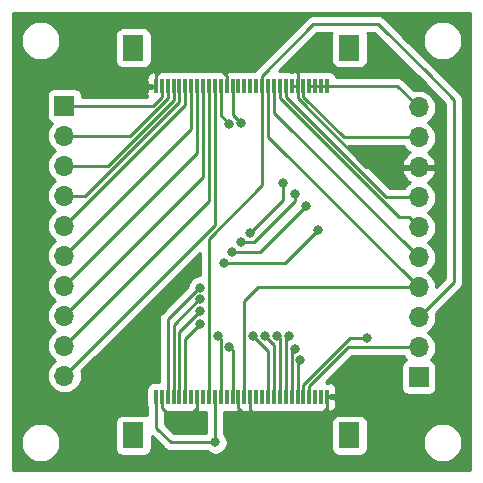
<source format=gtl>
G04 #@! TF.GenerationSoftware,KiCad,Pcbnew,(5.1.0)-1*
G04 #@! TF.CreationDate,2019-08-01T13:02:20+05:30*
G04 #@! TF.ProjectId,AR0135_STM32F746G-DISCO_adapter_rev1,41523031-3335-45f5-9354-4d3332463734,rev?*
G04 #@! TF.SameCoordinates,Original*
G04 #@! TF.FileFunction,Copper,L1,Top*
G04 #@! TF.FilePolarity,Positive*
%FSLAX46Y46*%
G04 Gerber Fmt 4.6, Leading zero omitted, Abs format (unit mm)*
G04 Created by KiCad (PCBNEW (5.1.0)-1) date 2019-08-01 13:02:20*
%MOMM*%
%LPD*%
G04 APERTURE LIST*
%ADD10R,1.800000X2.200000*%
%ADD11R,0.300000X1.300000*%
%ADD12R,1.700000X1.700000*%
%ADD13O,1.700000X1.700000*%
%ADD14C,0.800000*%
%ADD15C,0.250000*%
%ADD16C,0.254000*%
G04 APERTURE END LIST*
D10*
X39150000Y-46400000D03*
X20850000Y-46400000D03*
D11*
X22750000Y-43150000D03*
X23250000Y-43150000D03*
X23750000Y-43150000D03*
X24250000Y-43150000D03*
X24750000Y-43150000D03*
X25250000Y-43150000D03*
X25750000Y-43150000D03*
X26250000Y-43150000D03*
X26750000Y-43150000D03*
X27250000Y-43150000D03*
X27750000Y-43150000D03*
X28250000Y-43150000D03*
X28750000Y-43150000D03*
X29250000Y-43150000D03*
X29750000Y-43150000D03*
X30250000Y-43150000D03*
X30750000Y-43150000D03*
X31250000Y-43150000D03*
X31750000Y-43150000D03*
X32250000Y-43150000D03*
X32750000Y-43150000D03*
X33250000Y-43150000D03*
X33750000Y-43150000D03*
X34250000Y-43150000D03*
X34750000Y-43150000D03*
X35250000Y-43150000D03*
X35750000Y-43150000D03*
X36250000Y-43150000D03*
X36750000Y-43150000D03*
X37250000Y-43150000D03*
D12*
X15000000Y-18500000D03*
D13*
X15000000Y-21040000D03*
X15000000Y-23580000D03*
X15000000Y-26120000D03*
X15000000Y-28660000D03*
X15000000Y-31200000D03*
X15000000Y-33740000D03*
X15000000Y-36280000D03*
X15000000Y-38820000D03*
X15000000Y-41360000D03*
X45000000Y-18640000D03*
X45000000Y-21180000D03*
X45000000Y-23720000D03*
X45000000Y-26260000D03*
X45000000Y-28800000D03*
X45000000Y-31340000D03*
X45000000Y-33880000D03*
X45000000Y-36420000D03*
X45000000Y-38960000D03*
D12*
X45000000Y-41500000D03*
D10*
X20850000Y-13600000D03*
X39150000Y-13600000D03*
D11*
X37250000Y-16850000D03*
X36750000Y-16850000D03*
X36250000Y-16850000D03*
X35750000Y-16850000D03*
X35250000Y-16850000D03*
X34750000Y-16850000D03*
X34250000Y-16850000D03*
X33750000Y-16850000D03*
X33250000Y-16850000D03*
X32750000Y-16850000D03*
X32250000Y-16850000D03*
X31750000Y-16850000D03*
X31250000Y-16850000D03*
X30750000Y-16850000D03*
X30250000Y-16850000D03*
X29750000Y-16850000D03*
X29250000Y-16850000D03*
X28750000Y-16850000D03*
X28250000Y-16850000D03*
X27750000Y-16850000D03*
X27250000Y-16850000D03*
X26750000Y-16850000D03*
X26250000Y-16850000D03*
X25750000Y-16850000D03*
X25250000Y-16850000D03*
X24750000Y-16850000D03*
X24250000Y-16850000D03*
X23750000Y-16850000D03*
X23250000Y-16850000D03*
X22750000Y-16850000D03*
D14*
X26200000Y-45000000D03*
X42000000Y-44000000D03*
X19500000Y-17000000D03*
X34800000Y-15000000D03*
X27975000Y-38000000D03*
X28975000Y-38900000D03*
X31000000Y-38000000D03*
X32012653Y-37987347D03*
X33031672Y-37981061D03*
X34031482Y-38000615D03*
X34563523Y-39058802D03*
X35000000Y-40000000D03*
X28987347Y-20012653D03*
X40600000Y-38200000D03*
X30000000Y-20000000D03*
X28512347Y-31800000D03*
X36487347Y-29012653D03*
X26500000Y-33899994D03*
X35500000Y-27000000D03*
X29237347Y-30900000D03*
X26500000Y-34899997D03*
X34500000Y-26000000D03*
X29962347Y-30019761D03*
X26500000Y-35900000D03*
X33500000Y-25000000D03*
X30687347Y-29312653D03*
X26500000Y-37000000D03*
X27800000Y-47000000D03*
D15*
X43797919Y-23720000D02*
X45000000Y-23720000D01*
X40583590Y-23720000D02*
X43797919Y-23720000D01*
X34750000Y-16850000D02*
X34750000Y-17886410D01*
X23250000Y-44050000D02*
X23600000Y-44400000D01*
X23250000Y-43150000D02*
X23250000Y-44050000D01*
X26250000Y-44050000D02*
X26250000Y-43150000D01*
X25900000Y-44400000D02*
X26250000Y-44050000D01*
X23600000Y-44400000D02*
X25900000Y-44400000D01*
X29750000Y-44050000D02*
X30100000Y-44400000D01*
X29750000Y-43150000D02*
X29750000Y-44050000D01*
X37250000Y-44050000D02*
X37250000Y-43150000D01*
X36900000Y-44400000D02*
X37250000Y-44050000D01*
X30750000Y-44250000D02*
X30900000Y-44400000D01*
X30750000Y-43150000D02*
X30750000Y-44250000D01*
X30100000Y-44400000D02*
X30900000Y-44400000D01*
X30900000Y-44400000D02*
X36900000Y-44400000D01*
X26250000Y-43150000D02*
X26250000Y-44950000D01*
X26250000Y-44950000D02*
X26200000Y-45000000D01*
X37250000Y-43150000D02*
X41150000Y-43150000D01*
X41150000Y-43150000D02*
X42000000Y-44000000D01*
X22750000Y-15964998D02*
X23214998Y-15500000D01*
X22750000Y-16850000D02*
X22750000Y-15964998D01*
X28750000Y-15950000D02*
X28750000Y-16850000D01*
X28300000Y-15500000D02*
X28750000Y-15950000D01*
X23214998Y-15500000D02*
X28300000Y-15500000D01*
X22750000Y-16850000D02*
X19650000Y-16850000D01*
X19650000Y-16850000D02*
X19500000Y-17000000D01*
X34250000Y-16850000D02*
X34750000Y-16850000D01*
X34750000Y-17886410D02*
X40583590Y-23720000D01*
X34750000Y-16850000D02*
X34750000Y-15050000D01*
X34750000Y-15050000D02*
X34800000Y-15000000D01*
X16100000Y-18500000D02*
X15000000Y-18500000D01*
X22485002Y-18500000D02*
X16100000Y-18500000D01*
X23250000Y-17735002D02*
X22485002Y-18500000D01*
X23250000Y-16850000D02*
X23250000Y-17735002D01*
X16202081Y-21040000D02*
X15000000Y-21040000D01*
X20581412Y-21040000D02*
X16202081Y-21040000D01*
X23750000Y-17871412D02*
X20581412Y-21040000D01*
X23750000Y-16850000D02*
X23750000Y-17871412D01*
X16202081Y-23580000D02*
X15000000Y-23580000D01*
X18677822Y-23580000D02*
X16202081Y-23580000D01*
X24250000Y-18007822D02*
X18677822Y-23580000D01*
X24250000Y-16850000D02*
X24250000Y-18007822D01*
X28250000Y-43150000D02*
X28250000Y-38275000D01*
X28250000Y-38275000D02*
X27975000Y-38000000D01*
X16202081Y-26120000D02*
X15000000Y-26120000D01*
X16774232Y-26120000D02*
X16202081Y-26120000D01*
X24750000Y-18144232D02*
X16774232Y-26120000D01*
X24750000Y-16850000D02*
X24750000Y-18144232D01*
X29250000Y-43150000D02*
X29250000Y-39175000D01*
X29250000Y-39175000D02*
X28975000Y-38900000D01*
X25250000Y-18410000D02*
X15000000Y-28660000D01*
X25250000Y-16850000D02*
X25250000Y-18410000D01*
X32250000Y-43150000D02*
X32250000Y-39250000D01*
X32250000Y-39250000D02*
X31000000Y-38000000D01*
X25750000Y-20450000D02*
X15000000Y-31200000D01*
X25750000Y-16850000D02*
X25750000Y-20450000D01*
X32750000Y-43150000D02*
X32750000Y-38724694D01*
X32750000Y-38724694D02*
X32012653Y-37987347D01*
X26250000Y-22490000D02*
X26250000Y-16850000D01*
X15000000Y-33740000D02*
X26250000Y-22490000D01*
X33250000Y-43150000D02*
X33250000Y-38199389D01*
X33250000Y-38199389D02*
X33031672Y-37981061D01*
X26774999Y-24505001D02*
X26540000Y-24740000D01*
X26774999Y-16874999D02*
X26774999Y-24505001D01*
X26750000Y-16850000D02*
X26774999Y-16874999D01*
X15000000Y-36280000D02*
X26540000Y-24740000D01*
X26540000Y-24740000D02*
X26700009Y-24579991D01*
X33750000Y-43150000D02*
X33750000Y-38282097D01*
X33750000Y-38282097D02*
X34031482Y-38000615D01*
X27250000Y-26570000D02*
X27250000Y-16850000D01*
X15000000Y-38820000D02*
X27250000Y-26570000D01*
X34250000Y-43150000D02*
X34250000Y-39372325D01*
X34250000Y-39372325D02*
X34563523Y-39058802D01*
X27750000Y-28610000D02*
X27750000Y-16850000D01*
X15000000Y-41360000D02*
X27750000Y-28610000D01*
X34750000Y-40250000D02*
X35000000Y-40000000D01*
X34750000Y-43150000D02*
X34750000Y-40250000D01*
X28250000Y-16850000D02*
X28250000Y-19275306D01*
X28250000Y-19275306D02*
X28987347Y-20012653D01*
X39163590Y-38200000D02*
X40600000Y-38200000D01*
X35250000Y-42113590D02*
X39163590Y-38200000D01*
X35250000Y-43150000D02*
X35250000Y-42113590D01*
X29250000Y-16850000D02*
X29250000Y-19250000D01*
X29250000Y-19250000D02*
X30000000Y-20000000D01*
X43797919Y-38960000D02*
X45000000Y-38960000D01*
X39040000Y-38960000D02*
X43797919Y-38960000D01*
X35750000Y-42250000D02*
X39040000Y-38960000D01*
X35750000Y-43150000D02*
X35750000Y-42250000D01*
X31750000Y-20350000D02*
X31750000Y-16850000D01*
X31750000Y-25246410D02*
X31750000Y-20350000D01*
X27250000Y-29746410D02*
X31750000Y-25246410D01*
X27250000Y-43150000D02*
X27250000Y-29746410D01*
X45000000Y-36420000D02*
X48000000Y-33420000D01*
X48000000Y-33420000D02*
X48000000Y-18000000D01*
X31750000Y-16850000D02*
X31750000Y-15950000D01*
X48000000Y-18000000D02*
X45850000Y-15850000D01*
X45850000Y-15850000D02*
X45500000Y-15500000D01*
X31750000Y-15950000D02*
X36100000Y-11600000D01*
X41600000Y-11600000D02*
X41900000Y-11900000D01*
X36100000Y-11600000D02*
X41600000Y-11600000D01*
X41900000Y-11900000D02*
X45850000Y-15850000D01*
X32250000Y-21130000D02*
X45000000Y-33880000D01*
X32250000Y-16850000D02*
X32250000Y-21130000D01*
X30250000Y-43150000D02*
X30250000Y-35050000D01*
X31420000Y-33880000D02*
X45000000Y-33880000D01*
X30250000Y-35050000D02*
X31420000Y-33880000D01*
X32750000Y-19090000D02*
X45000000Y-31340000D01*
X32750000Y-16850000D02*
X32750000Y-19090000D01*
X28512347Y-31800000D02*
X33700000Y-31800000D01*
X33700000Y-31800000D02*
X36487347Y-29012653D01*
X26427001Y-33899994D02*
X26500000Y-33899994D01*
X23750000Y-43150000D02*
X23750000Y-36576995D01*
X23750000Y-36576995D02*
X26427001Y-33899994D01*
X33250000Y-17750000D02*
X33250000Y-16850000D01*
X33250000Y-17886410D02*
X33250000Y-17750000D01*
X43313591Y-27950001D02*
X33250000Y-17886410D01*
X44150001Y-27950001D02*
X43313591Y-27950001D01*
X45000000Y-28800000D02*
X44150001Y-27950001D01*
X31600000Y-30900000D02*
X35500000Y-27000000D01*
X29237347Y-30900000D02*
X31600000Y-30900000D01*
X26427001Y-34899997D02*
X26500000Y-34899997D01*
X24250000Y-43150000D02*
X24250000Y-37076998D01*
X24250000Y-37076998D02*
X26427001Y-34899997D01*
X33750000Y-17750000D02*
X33750000Y-16850000D01*
X42260000Y-26260000D02*
X33750000Y-17750000D01*
X45000000Y-26260000D02*
X42260000Y-26260000D01*
X34500000Y-26565685D02*
X34500000Y-26000000D01*
X34500000Y-26573002D02*
X34500000Y-26565685D01*
X31035348Y-30037654D02*
X34500000Y-26573002D01*
X30339346Y-30037654D02*
X31035348Y-30037654D01*
X30321453Y-30019761D02*
X30339346Y-30037654D01*
X29962347Y-30019761D02*
X30321453Y-30019761D01*
X24750000Y-43150000D02*
X24750000Y-37650000D01*
X24750000Y-37650000D02*
X26500000Y-35900000D01*
X35250000Y-17750000D02*
X35250000Y-16850000D01*
X38680000Y-21180000D02*
X35250000Y-17750000D01*
X45000000Y-21180000D02*
X38680000Y-21180000D01*
X33500000Y-26500000D02*
X33500000Y-25000000D01*
X30687347Y-29312653D02*
X33500000Y-26500000D01*
X25250000Y-43150000D02*
X25250000Y-38250000D01*
X25250000Y-38250000D02*
X26500000Y-37000000D01*
X35750000Y-16850000D02*
X36250000Y-16850000D01*
X36250000Y-16850000D02*
X36750000Y-16850000D01*
X36750000Y-16850000D02*
X37250000Y-16850000D01*
X43210000Y-16850000D02*
X45000000Y-18640000D01*
X37250000Y-16850000D02*
X43210000Y-16850000D01*
X22750000Y-43150000D02*
X22750000Y-45750000D01*
X22750000Y-45750000D02*
X23000000Y-46000000D01*
X24000000Y-47000000D02*
X22750000Y-45750000D01*
X27800000Y-47000000D02*
X24000000Y-47000000D01*
X27750000Y-46950000D02*
X27800000Y-47000000D01*
X27750000Y-43150000D02*
X27750000Y-46950000D01*
D16*
G36*
X49340000Y-49340000D02*
G01*
X10660000Y-49340000D01*
X10660000Y-46854042D01*
X11295000Y-46854042D01*
X11295000Y-47185958D01*
X11359754Y-47511496D01*
X11486772Y-47818147D01*
X11671175Y-48094125D01*
X11905875Y-48328825D01*
X12181853Y-48513228D01*
X12488504Y-48640246D01*
X12814042Y-48705000D01*
X13145958Y-48705000D01*
X13471496Y-48640246D01*
X13778147Y-48513228D01*
X14054125Y-48328825D01*
X14288825Y-48094125D01*
X14473228Y-47818147D01*
X14600246Y-47511496D01*
X14665000Y-47185958D01*
X14665000Y-46854042D01*
X14600246Y-46528504D01*
X14473228Y-46221853D01*
X14288825Y-45945875D01*
X14054125Y-45711175D01*
X13778147Y-45526772D01*
X13471496Y-45399754D01*
X13145958Y-45335000D01*
X12814042Y-45335000D01*
X12488504Y-45399754D01*
X12181853Y-45526772D01*
X11905875Y-45711175D01*
X11671175Y-45945875D01*
X11486772Y-46221853D01*
X11359754Y-46528504D01*
X11295000Y-46854042D01*
X10660000Y-46854042D01*
X10660000Y-21040000D01*
X13507815Y-21040000D01*
X13536487Y-21331111D01*
X13621401Y-21611034D01*
X13759294Y-21869014D01*
X13944866Y-22095134D01*
X14170986Y-22280706D01*
X14225791Y-22310000D01*
X14170986Y-22339294D01*
X13944866Y-22524866D01*
X13759294Y-22750986D01*
X13621401Y-23008966D01*
X13536487Y-23288889D01*
X13507815Y-23580000D01*
X13536487Y-23871111D01*
X13621401Y-24151034D01*
X13759294Y-24409014D01*
X13944866Y-24635134D01*
X14170986Y-24820706D01*
X14225791Y-24850000D01*
X14170986Y-24879294D01*
X13944866Y-25064866D01*
X13759294Y-25290986D01*
X13621401Y-25548966D01*
X13536487Y-25828889D01*
X13507815Y-26120000D01*
X13536487Y-26411111D01*
X13621401Y-26691034D01*
X13759294Y-26949014D01*
X13944866Y-27175134D01*
X14170986Y-27360706D01*
X14225791Y-27390000D01*
X14170986Y-27419294D01*
X13944866Y-27604866D01*
X13759294Y-27830986D01*
X13621401Y-28088966D01*
X13536487Y-28368889D01*
X13507815Y-28660000D01*
X13536487Y-28951111D01*
X13621401Y-29231034D01*
X13759294Y-29489014D01*
X13944866Y-29715134D01*
X14170986Y-29900706D01*
X14225791Y-29930000D01*
X14170986Y-29959294D01*
X13944866Y-30144866D01*
X13759294Y-30370986D01*
X13621401Y-30628966D01*
X13536487Y-30908889D01*
X13507815Y-31200000D01*
X13536487Y-31491111D01*
X13621401Y-31771034D01*
X13759294Y-32029014D01*
X13944866Y-32255134D01*
X14170986Y-32440706D01*
X14225791Y-32470000D01*
X14170986Y-32499294D01*
X13944866Y-32684866D01*
X13759294Y-32910986D01*
X13621401Y-33168966D01*
X13536487Y-33448889D01*
X13507815Y-33740000D01*
X13536487Y-34031111D01*
X13621401Y-34311034D01*
X13759294Y-34569014D01*
X13944866Y-34795134D01*
X14170986Y-34980706D01*
X14225791Y-35010000D01*
X14170986Y-35039294D01*
X13944866Y-35224866D01*
X13759294Y-35450986D01*
X13621401Y-35708966D01*
X13536487Y-35988889D01*
X13507815Y-36280000D01*
X13536487Y-36571111D01*
X13621401Y-36851034D01*
X13759294Y-37109014D01*
X13944866Y-37335134D01*
X14170986Y-37520706D01*
X14225791Y-37550000D01*
X14170986Y-37579294D01*
X13944866Y-37764866D01*
X13759294Y-37990986D01*
X13621401Y-38248966D01*
X13536487Y-38528889D01*
X13507815Y-38820000D01*
X13536487Y-39111111D01*
X13621401Y-39391034D01*
X13759294Y-39649014D01*
X13944866Y-39875134D01*
X14170986Y-40060706D01*
X14225791Y-40090000D01*
X14170986Y-40119294D01*
X13944866Y-40304866D01*
X13759294Y-40530986D01*
X13621401Y-40788966D01*
X13536487Y-41068889D01*
X13507815Y-41360000D01*
X13536487Y-41651111D01*
X13621401Y-41931034D01*
X13759294Y-42189014D01*
X13944866Y-42415134D01*
X14170986Y-42600706D01*
X14428966Y-42738599D01*
X14708889Y-42823513D01*
X14927050Y-42845000D01*
X15072950Y-42845000D01*
X15291111Y-42823513D01*
X15571034Y-42738599D01*
X15829014Y-42600706D01*
X16055134Y-42415134D01*
X16240706Y-42189014D01*
X16378599Y-41931034D01*
X16463513Y-41651111D01*
X16492185Y-41360000D01*
X16463513Y-41068889D01*
X16440797Y-40994004D01*
X26490001Y-30944801D01*
X26490001Y-32864994D01*
X26398061Y-32864994D01*
X26198102Y-32904768D01*
X26009744Y-32982789D01*
X25840226Y-33096057D01*
X25696063Y-33240220D01*
X25582795Y-33409738D01*
X25504774Y-33598096D01*
X25467697Y-33784496D01*
X23238998Y-36013196D01*
X23210000Y-36036994D01*
X23186202Y-36065992D01*
X23186201Y-36065993D01*
X23115026Y-36152719D01*
X23044454Y-36284749D01*
X23031336Y-36327995D01*
X23000998Y-36428009D01*
X22990001Y-36539662D01*
X22986324Y-36576995D01*
X22990001Y-36614327D01*
X22990000Y-41870792D01*
X22900000Y-41861928D01*
X22600000Y-41861928D01*
X22475518Y-41874188D01*
X22355820Y-41910498D01*
X22245506Y-41969463D01*
X22148815Y-42048815D01*
X22069463Y-42145506D01*
X22010498Y-42255820D01*
X21974188Y-42375518D01*
X21961928Y-42500000D01*
X21961928Y-43800000D01*
X21974188Y-43924482D01*
X21990000Y-43976608D01*
X21990001Y-44709230D01*
X21874482Y-44674188D01*
X21750000Y-44661928D01*
X19950000Y-44661928D01*
X19825518Y-44674188D01*
X19705820Y-44710498D01*
X19595506Y-44769463D01*
X19498815Y-44848815D01*
X19419463Y-44945506D01*
X19360498Y-45055820D01*
X19324188Y-45175518D01*
X19311928Y-45300000D01*
X19311928Y-47500000D01*
X19324188Y-47624482D01*
X19360498Y-47744180D01*
X19419463Y-47854494D01*
X19498815Y-47951185D01*
X19595506Y-48030537D01*
X19705820Y-48089502D01*
X19825518Y-48125812D01*
X19950000Y-48138072D01*
X21750000Y-48138072D01*
X21874482Y-48125812D01*
X21994180Y-48089502D01*
X22104494Y-48030537D01*
X22201185Y-47951185D01*
X22280537Y-47854494D01*
X22339502Y-47744180D01*
X22375812Y-47624482D01*
X22388072Y-47500000D01*
X22388072Y-46462874D01*
X23436201Y-47511003D01*
X23459999Y-47540001D01*
X23488997Y-47563799D01*
X23575723Y-47634974D01*
X23695512Y-47699003D01*
X23707753Y-47705546D01*
X23851014Y-47749003D01*
X23962667Y-47760000D01*
X23962677Y-47760000D01*
X24000000Y-47763676D01*
X24037323Y-47760000D01*
X27096289Y-47760000D01*
X27140226Y-47803937D01*
X27309744Y-47917205D01*
X27498102Y-47995226D01*
X27698061Y-48035000D01*
X27901939Y-48035000D01*
X28101898Y-47995226D01*
X28290256Y-47917205D01*
X28459774Y-47803937D01*
X28603937Y-47659774D01*
X28717205Y-47490256D01*
X28795226Y-47301898D01*
X28835000Y-47101939D01*
X28835000Y-46898061D01*
X28795226Y-46698102D01*
X28717205Y-46509744D01*
X28603937Y-46340226D01*
X28510000Y-46246289D01*
X28510000Y-45300000D01*
X37611928Y-45300000D01*
X37611928Y-47500000D01*
X37624188Y-47624482D01*
X37660498Y-47744180D01*
X37719463Y-47854494D01*
X37798815Y-47951185D01*
X37895506Y-48030537D01*
X38005820Y-48089502D01*
X38125518Y-48125812D01*
X38250000Y-48138072D01*
X40050000Y-48138072D01*
X40174482Y-48125812D01*
X40294180Y-48089502D01*
X40404494Y-48030537D01*
X40501185Y-47951185D01*
X40580537Y-47854494D01*
X40639502Y-47744180D01*
X40675812Y-47624482D01*
X40688072Y-47500000D01*
X40688072Y-46854042D01*
X45335000Y-46854042D01*
X45335000Y-47185958D01*
X45399754Y-47511496D01*
X45526772Y-47818147D01*
X45711175Y-48094125D01*
X45945875Y-48328825D01*
X46221853Y-48513228D01*
X46528504Y-48640246D01*
X46854042Y-48705000D01*
X47185958Y-48705000D01*
X47511496Y-48640246D01*
X47818147Y-48513228D01*
X48094125Y-48328825D01*
X48328825Y-48094125D01*
X48513228Y-47818147D01*
X48640246Y-47511496D01*
X48705000Y-47185958D01*
X48705000Y-46854042D01*
X48640246Y-46528504D01*
X48513228Y-46221853D01*
X48328825Y-45945875D01*
X48094125Y-45711175D01*
X47818147Y-45526772D01*
X47511496Y-45399754D01*
X47185958Y-45335000D01*
X46854042Y-45335000D01*
X46528504Y-45399754D01*
X46221853Y-45526772D01*
X45945875Y-45711175D01*
X45711175Y-45945875D01*
X45526772Y-46221853D01*
X45399754Y-46528504D01*
X45335000Y-46854042D01*
X40688072Y-46854042D01*
X40688072Y-45300000D01*
X40675812Y-45175518D01*
X40639502Y-45055820D01*
X40580537Y-44945506D01*
X40501185Y-44848815D01*
X40404494Y-44769463D01*
X40294180Y-44710498D01*
X40174482Y-44674188D01*
X40050000Y-44661928D01*
X38250000Y-44661928D01*
X38125518Y-44674188D01*
X38005820Y-44710498D01*
X37895506Y-44769463D01*
X37798815Y-44848815D01*
X37719463Y-44945506D01*
X37660498Y-45055820D01*
X37624188Y-45175518D01*
X37611928Y-45300000D01*
X28510000Y-45300000D01*
X28510000Y-44429208D01*
X28600000Y-44438072D01*
X28900000Y-44438072D01*
X29000000Y-44428223D01*
X29100000Y-44438072D01*
X29400000Y-44438072D01*
X29503465Y-44427882D01*
X29568250Y-44435000D01*
X29600497Y-44402753D01*
X29644180Y-44389502D01*
X29750000Y-44332939D01*
X29855820Y-44389502D01*
X29899503Y-44402753D01*
X29931750Y-44435000D01*
X29996535Y-44427882D01*
X30100000Y-44438072D01*
X30400000Y-44438072D01*
X30503465Y-44427882D01*
X30568250Y-44435000D01*
X30600497Y-44402753D01*
X30644180Y-44389502D01*
X30750000Y-44332939D01*
X30855820Y-44389502D01*
X30899503Y-44402753D01*
X30931750Y-44435000D01*
X30996535Y-44427882D01*
X31100000Y-44438072D01*
X31400000Y-44438072D01*
X31500000Y-44428223D01*
X31600000Y-44438072D01*
X31900000Y-44438072D01*
X32000000Y-44428223D01*
X32100000Y-44438072D01*
X32400000Y-44438072D01*
X32500000Y-44428223D01*
X32600000Y-44438072D01*
X32900000Y-44438072D01*
X33000000Y-44428223D01*
X33100000Y-44438072D01*
X33400000Y-44438072D01*
X33500000Y-44428223D01*
X33600000Y-44438072D01*
X33900000Y-44438072D01*
X34000000Y-44428223D01*
X34100000Y-44438072D01*
X34400000Y-44438072D01*
X34500000Y-44428223D01*
X34600000Y-44438072D01*
X34900000Y-44438072D01*
X35000000Y-44428223D01*
X35100000Y-44438072D01*
X35400000Y-44438072D01*
X35500000Y-44428223D01*
X35600000Y-44438072D01*
X35900000Y-44438072D01*
X36000000Y-44428223D01*
X36100000Y-44438072D01*
X36400000Y-44438072D01*
X36500000Y-44428223D01*
X36600000Y-44438072D01*
X36900000Y-44438072D01*
X37003465Y-44427882D01*
X37068250Y-44435000D01*
X37100497Y-44402753D01*
X37144180Y-44389502D01*
X37254494Y-44330537D01*
X37294475Y-44297725D01*
X37431750Y-44435000D01*
X37534732Y-44423685D01*
X37653818Y-44385416D01*
X37763150Y-44324650D01*
X37858526Y-44243722D01*
X37936282Y-44145742D01*
X37993428Y-44034475D01*
X38027770Y-43914198D01*
X38037986Y-43789532D01*
X38035000Y-43435750D01*
X37876250Y-43277000D01*
X37538072Y-43277000D01*
X37538072Y-43023000D01*
X37876250Y-43023000D01*
X38035000Y-42864250D01*
X38037986Y-42510468D01*
X38027770Y-42385802D01*
X37993428Y-42265525D01*
X37936282Y-42154258D01*
X37858526Y-42056278D01*
X37763150Y-41975350D01*
X37653818Y-41914584D01*
X37534732Y-41876315D01*
X37431750Y-41865000D01*
X37294475Y-42002275D01*
X37254494Y-41969463D01*
X37157294Y-41917508D01*
X39354802Y-39720000D01*
X43722405Y-39720000D01*
X43759294Y-39789014D01*
X43944866Y-40015134D01*
X43974687Y-40039607D01*
X43905820Y-40060498D01*
X43795506Y-40119463D01*
X43698815Y-40198815D01*
X43619463Y-40295506D01*
X43560498Y-40405820D01*
X43524188Y-40525518D01*
X43511928Y-40650000D01*
X43511928Y-42350000D01*
X43524188Y-42474482D01*
X43560498Y-42594180D01*
X43619463Y-42704494D01*
X43698815Y-42801185D01*
X43795506Y-42880537D01*
X43905820Y-42939502D01*
X44025518Y-42975812D01*
X44150000Y-42988072D01*
X45850000Y-42988072D01*
X45974482Y-42975812D01*
X46094180Y-42939502D01*
X46204494Y-42880537D01*
X46301185Y-42801185D01*
X46380537Y-42704494D01*
X46439502Y-42594180D01*
X46475812Y-42474482D01*
X46488072Y-42350000D01*
X46488072Y-40650000D01*
X46475812Y-40525518D01*
X46439502Y-40405820D01*
X46380537Y-40295506D01*
X46301185Y-40198815D01*
X46204494Y-40119463D01*
X46094180Y-40060498D01*
X46025313Y-40039607D01*
X46055134Y-40015134D01*
X46240706Y-39789014D01*
X46378599Y-39531034D01*
X46463513Y-39251111D01*
X46492185Y-38960000D01*
X46463513Y-38668889D01*
X46378599Y-38388966D01*
X46240706Y-38130986D01*
X46055134Y-37904866D01*
X45829014Y-37719294D01*
X45774209Y-37690000D01*
X45829014Y-37660706D01*
X46055134Y-37475134D01*
X46240706Y-37249014D01*
X46378599Y-36991034D01*
X46463513Y-36711111D01*
X46492185Y-36420000D01*
X46463513Y-36128889D01*
X46440797Y-36054004D01*
X48511004Y-33983798D01*
X48540001Y-33960001D01*
X48634974Y-33844276D01*
X48705546Y-33712247D01*
X48749003Y-33568986D01*
X48760000Y-33457333D01*
X48760000Y-33457325D01*
X48763676Y-33420000D01*
X48760000Y-33382675D01*
X48760000Y-18037322D01*
X48763676Y-17999999D01*
X48760000Y-17962676D01*
X48760000Y-17962667D01*
X48749003Y-17851014D01*
X48705546Y-17707753D01*
X48634974Y-17575724D01*
X48540001Y-17459999D01*
X48511003Y-17436201D01*
X46413803Y-15339002D01*
X46413799Y-15338997D01*
X43888844Y-12814042D01*
X45335000Y-12814042D01*
X45335000Y-13145958D01*
X45399754Y-13471496D01*
X45526772Y-13778147D01*
X45711175Y-14054125D01*
X45945875Y-14288825D01*
X46221853Y-14473228D01*
X46528504Y-14600246D01*
X46854042Y-14665000D01*
X47185958Y-14665000D01*
X47511496Y-14600246D01*
X47818147Y-14473228D01*
X48094125Y-14288825D01*
X48328825Y-14054125D01*
X48513228Y-13778147D01*
X48640246Y-13471496D01*
X48705000Y-13145958D01*
X48705000Y-12814042D01*
X48640246Y-12488504D01*
X48513228Y-12181853D01*
X48328825Y-11905875D01*
X48094125Y-11671175D01*
X47818147Y-11486772D01*
X47511496Y-11359754D01*
X47185958Y-11295000D01*
X46854042Y-11295000D01*
X46528504Y-11359754D01*
X46221853Y-11486772D01*
X45945875Y-11671175D01*
X45711175Y-11905875D01*
X45526772Y-12181853D01*
X45399754Y-12488504D01*
X45335000Y-12814042D01*
X43888844Y-12814042D01*
X42411002Y-11336201D01*
X42163804Y-11089003D01*
X42140001Y-11059999D01*
X42024276Y-10965026D01*
X41892247Y-10894454D01*
X41748986Y-10850997D01*
X41637333Y-10840000D01*
X41637322Y-10840000D01*
X41600000Y-10836324D01*
X41562678Y-10840000D01*
X36137322Y-10840000D01*
X36100000Y-10836324D01*
X36062677Y-10840000D01*
X36062667Y-10840000D01*
X35951014Y-10850997D01*
X35807753Y-10894454D01*
X35675723Y-10965026D01*
X35592083Y-11033668D01*
X35559999Y-11059999D01*
X35536201Y-11088997D01*
X31238998Y-15386201D01*
X31210000Y-15409999D01*
X31186202Y-15438997D01*
X31186201Y-15438998D01*
X31115026Y-15525724D01*
X31095434Y-15562378D01*
X31000000Y-15571777D01*
X30900000Y-15561928D01*
X30600000Y-15561928D01*
X30500000Y-15571777D01*
X30400000Y-15561928D01*
X30100000Y-15561928D01*
X30000000Y-15571777D01*
X29900000Y-15561928D01*
X29600000Y-15561928D01*
X29500000Y-15571777D01*
X29400000Y-15561928D01*
X29100000Y-15561928D01*
X28996535Y-15572118D01*
X28931750Y-15565000D01*
X28899503Y-15597247D01*
X28855820Y-15610498D01*
X28750000Y-15667061D01*
X28644180Y-15610498D01*
X28600497Y-15597247D01*
X28568250Y-15565000D01*
X28503465Y-15572118D01*
X28400000Y-15561928D01*
X28100000Y-15561928D01*
X28000000Y-15571777D01*
X27900000Y-15561928D01*
X27600000Y-15561928D01*
X27500000Y-15571777D01*
X27400000Y-15561928D01*
X27100000Y-15561928D01*
X27000000Y-15571777D01*
X26900000Y-15561928D01*
X26600000Y-15561928D01*
X26500000Y-15571777D01*
X26400000Y-15561928D01*
X26100000Y-15561928D01*
X26000000Y-15571777D01*
X25900000Y-15561928D01*
X25600000Y-15561928D01*
X25500000Y-15571777D01*
X25400000Y-15561928D01*
X25100000Y-15561928D01*
X25000000Y-15571777D01*
X24900000Y-15561928D01*
X24600000Y-15561928D01*
X24500000Y-15571777D01*
X24400000Y-15561928D01*
X24100000Y-15561928D01*
X24000000Y-15571777D01*
X23900000Y-15561928D01*
X23600000Y-15561928D01*
X23500000Y-15571777D01*
X23400000Y-15561928D01*
X23100000Y-15561928D01*
X22996535Y-15572118D01*
X22931750Y-15565000D01*
X22899503Y-15597247D01*
X22855820Y-15610498D01*
X22745506Y-15669463D01*
X22705525Y-15702275D01*
X22568250Y-15565000D01*
X22465268Y-15576315D01*
X22346182Y-15614584D01*
X22236850Y-15675350D01*
X22141474Y-15756278D01*
X22063718Y-15854258D01*
X22006572Y-15965525D01*
X21972230Y-16085802D01*
X21962014Y-16210468D01*
X21965000Y-16564250D01*
X22123750Y-16723000D01*
X22461928Y-16723000D01*
X22461928Y-16977000D01*
X22123750Y-16977000D01*
X21965000Y-17135750D01*
X21962014Y-17489532D01*
X21972230Y-17614198D01*
X22006572Y-17734475D01*
X22009410Y-17740000D01*
X16488072Y-17740000D01*
X16488072Y-17650000D01*
X16475812Y-17525518D01*
X16439502Y-17405820D01*
X16380537Y-17295506D01*
X16301185Y-17198815D01*
X16204494Y-17119463D01*
X16094180Y-17060498D01*
X15974482Y-17024188D01*
X15850000Y-17011928D01*
X14150000Y-17011928D01*
X14025518Y-17024188D01*
X13905820Y-17060498D01*
X13795506Y-17119463D01*
X13698815Y-17198815D01*
X13619463Y-17295506D01*
X13560498Y-17405820D01*
X13524188Y-17525518D01*
X13511928Y-17650000D01*
X13511928Y-19350000D01*
X13524188Y-19474482D01*
X13560498Y-19594180D01*
X13619463Y-19704494D01*
X13698815Y-19801185D01*
X13795506Y-19880537D01*
X13905820Y-19939502D01*
X13974687Y-19960393D01*
X13944866Y-19984866D01*
X13759294Y-20210986D01*
X13621401Y-20468966D01*
X13536487Y-20748889D01*
X13507815Y-21040000D01*
X10660000Y-21040000D01*
X10660000Y-12814042D01*
X11295000Y-12814042D01*
X11295000Y-13145958D01*
X11359754Y-13471496D01*
X11486772Y-13778147D01*
X11671175Y-14054125D01*
X11905875Y-14288825D01*
X12181853Y-14473228D01*
X12488504Y-14600246D01*
X12814042Y-14665000D01*
X13145958Y-14665000D01*
X13471496Y-14600246D01*
X13778147Y-14473228D01*
X14054125Y-14288825D01*
X14288825Y-14054125D01*
X14473228Y-13778147D01*
X14600246Y-13471496D01*
X14665000Y-13145958D01*
X14665000Y-12814042D01*
X14602533Y-12500000D01*
X19311928Y-12500000D01*
X19311928Y-14700000D01*
X19324188Y-14824482D01*
X19360498Y-14944180D01*
X19419463Y-15054494D01*
X19498815Y-15151185D01*
X19595506Y-15230537D01*
X19705820Y-15289502D01*
X19825518Y-15325812D01*
X19950000Y-15338072D01*
X21750000Y-15338072D01*
X21874482Y-15325812D01*
X21994180Y-15289502D01*
X22104494Y-15230537D01*
X22201185Y-15151185D01*
X22280537Y-15054494D01*
X22339502Y-14944180D01*
X22375812Y-14824482D01*
X22388072Y-14700000D01*
X22388072Y-12500000D01*
X22375812Y-12375518D01*
X22339502Y-12255820D01*
X22280537Y-12145506D01*
X22201185Y-12048815D01*
X22104494Y-11969463D01*
X21994180Y-11910498D01*
X21874482Y-11874188D01*
X21750000Y-11861928D01*
X19950000Y-11861928D01*
X19825518Y-11874188D01*
X19705820Y-11910498D01*
X19595506Y-11969463D01*
X19498815Y-12048815D01*
X19419463Y-12145506D01*
X19360498Y-12255820D01*
X19324188Y-12375518D01*
X19311928Y-12500000D01*
X14602533Y-12500000D01*
X14600246Y-12488504D01*
X14473228Y-12181853D01*
X14288825Y-11905875D01*
X14054125Y-11671175D01*
X13778147Y-11486772D01*
X13471496Y-11359754D01*
X13145958Y-11295000D01*
X12814042Y-11295000D01*
X12488504Y-11359754D01*
X12181853Y-11486772D01*
X11905875Y-11671175D01*
X11671175Y-11905875D01*
X11486772Y-12181853D01*
X11359754Y-12488504D01*
X11295000Y-12814042D01*
X10660000Y-12814042D01*
X10660000Y-10660000D01*
X49340001Y-10660000D01*
X49340000Y-49340000D01*
X49340000Y-49340000D01*
G37*
X49340000Y-49340000D02*
X10660000Y-49340000D01*
X10660000Y-46854042D01*
X11295000Y-46854042D01*
X11295000Y-47185958D01*
X11359754Y-47511496D01*
X11486772Y-47818147D01*
X11671175Y-48094125D01*
X11905875Y-48328825D01*
X12181853Y-48513228D01*
X12488504Y-48640246D01*
X12814042Y-48705000D01*
X13145958Y-48705000D01*
X13471496Y-48640246D01*
X13778147Y-48513228D01*
X14054125Y-48328825D01*
X14288825Y-48094125D01*
X14473228Y-47818147D01*
X14600246Y-47511496D01*
X14665000Y-47185958D01*
X14665000Y-46854042D01*
X14600246Y-46528504D01*
X14473228Y-46221853D01*
X14288825Y-45945875D01*
X14054125Y-45711175D01*
X13778147Y-45526772D01*
X13471496Y-45399754D01*
X13145958Y-45335000D01*
X12814042Y-45335000D01*
X12488504Y-45399754D01*
X12181853Y-45526772D01*
X11905875Y-45711175D01*
X11671175Y-45945875D01*
X11486772Y-46221853D01*
X11359754Y-46528504D01*
X11295000Y-46854042D01*
X10660000Y-46854042D01*
X10660000Y-21040000D01*
X13507815Y-21040000D01*
X13536487Y-21331111D01*
X13621401Y-21611034D01*
X13759294Y-21869014D01*
X13944866Y-22095134D01*
X14170986Y-22280706D01*
X14225791Y-22310000D01*
X14170986Y-22339294D01*
X13944866Y-22524866D01*
X13759294Y-22750986D01*
X13621401Y-23008966D01*
X13536487Y-23288889D01*
X13507815Y-23580000D01*
X13536487Y-23871111D01*
X13621401Y-24151034D01*
X13759294Y-24409014D01*
X13944866Y-24635134D01*
X14170986Y-24820706D01*
X14225791Y-24850000D01*
X14170986Y-24879294D01*
X13944866Y-25064866D01*
X13759294Y-25290986D01*
X13621401Y-25548966D01*
X13536487Y-25828889D01*
X13507815Y-26120000D01*
X13536487Y-26411111D01*
X13621401Y-26691034D01*
X13759294Y-26949014D01*
X13944866Y-27175134D01*
X14170986Y-27360706D01*
X14225791Y-27390000D01*
X14170986Y-27419294D01*
X13944866Y-27604866D01*
X13759294Y-27830986D01*
X13621401Y-28088966D01*
X13536487Y-28368889D01*
X13507815Y-28660000D01*
X13536487Y-28951111D01*
X13621401Y-29231034D01*
X13759294Y-29489014D01*
X13944866Y-29715134D01*
X14170986Y-29900706D01*
X14225791Y-29930000D01*
X14170986Y-29959294D01*
X13944866Y-30144866D01*
X13759294Y-30370986D01*
X13621401Y-30628966D01*
X13536487Y-30908889D01*
X13507815Y-31200000D01*
X13536487Y-31491111D01*
X13621401Y-31771034D01*
X13759294Y-32029014D01*
X13944866Y-32255134D01*
X14170986Y-32440706D01*
X14225791Y-32470000D01*
X14170986Y-32499294D01*
X13944866Y-32684866D01*
X13759294Y-32910986D01*
X13621401Y-33168966D01*
X13536487Y-33448889D01*
X13507815Y-33740000D01*
X13536487Y-34031111D01*
X13621401Y-34311034D01*
X13759294Y-34569014D01*
X13944866Y-34795134D01*
X14170986Y-34980706D01*
X14225791Y-35010000D01*
X14170986Y-35039294D01*
X13944866Y-35224866D01*
X13759294Y-35450986D01*
X13621401Y-35708966D01*
X13536487Y-35988889D01*
X13507815Y-36280000D01*
X13536487Y-36571111D01*
X13621401Y-36851034D01*
X13759294Y-37109014D01*
X13944866Y-37335134D01*
X14170986Y-37520706D01*
X14225791Y-37550000D01*
X14170986Y-37579294D01*
X13944866Y-37764866D01*
X13759294Y-37990986D01*
X13621401Y-38248966D01*
X13536487Y-38528889D01*
X13507815Y-38820000D01*
X13536487Y-39111111D01*
X13621401Y-39391034D01*
X13759294Y-39649014D01*
X13944866Y-39875134D01*
X14170986Y-40060706D01*
X14225791Y-40090000D01*
X14170986Y-40119294D01*
X13944866Y-40304866D01*
X13759294Y-40530986D01*
X13621401Y-40788966D01*
X13536487Y-41068889D01*
X13507815Y-41360000D01*
X13536487Y-41651111D01*
X13621401Y-41931034D01*
X13759294Y-42189014D01*
X13944866Y-42415134D01*
X14170986Y-42600706D01*
X14428966Y-42738599D01*
X14708889Y-42823513D01*
X14927050Y-42845000D01*
X15072950Y-42845000D01*
X15291111Y-42823513D01*
X15571034Y-42738599D01*
X15829014Y-42600706D01*
X16055134Y-42415134D01*
X16240706Y-42189014D01*
X16378599Y-41931034D01*
X16463513Y-41651111D01*
X16492185Y-41360000D01*
X16463513Y-41068889D01*
X16440797Y-40994004D01*
X26490001Y-30944801D01*
X26490001Y-32864994D01*
X26398061Y-32864994D01*
X26198102Y-32904768D01*
X26009744Y-32982789D01*
X25840226Y-33096057D01*
X25696063Y-33240220D01*
X25582795Y-33409738D01*
X25504774Y-33598096D01*
X25467697Y-33784496D01*
X23238998Y-36013196D01*
X23210000Y-36036994D01*
X23186202Y-36065992D01*
X23186201Y-36065993D01*
X23115026Y-36152719D01*
X23044454Y-36284749D01*
X23031336Y-36327995D01*
X23000998Y-36428009D01*
X22990001Y-36539662D01*
X22986324Y-36576995D01*
X22990001Y-36614327D01*
X22990000Y-41870792D01*
X22900000Y-41861928D01*
X22600000Y-41861928D01*
X22475518Y-41874188D01*
X22355820Y-41910498D01*
X22245506Y-41969463D01*
X22148815Y-42048815D01*
X22069463Y-42145506D01*
X22010498Y-42255820D01*
X21974188Y-42375518D01*
X21961928Y-42500000D01*
X21961928Y-43800000D01*
X21974188Y-43924482D01*
X21990000Y-43976608D01*
X21990001Y-44709230D01*
X21874482Y-44674188D01*
X21750000Y-44661928D01*
X19950000Y-44661928D01*
X19825518Y-44674188D01*
X19705820Y-44710498D01*
X19595506Y-44769463D01*
X19498815Y-44848815D01*
X19419463Y-44945506D01*
X19360498Y-45055820D01*
X19324188Y-45175518D01*
X19311928Y-45300000D01*
X19311928Y-47500000D01*
X19324188Y-47624482D01*
X19360498Y-47744180D01*
X19419463Y-47854494D01*
X19498815Y-47951185D01*
X19595506Y-48030537D01*
X19705820Y-48089502D01*
X19825518Y-48125812D01*
X19950000Y-48138072D01*
X21750000Y-48138072D01*
X21874482Y-48125812D01*
X21994180Y-48089502D01*
X22104494Y-48030537D01*
X22201185Y-47951185D01*
X22280537Y-47854494D01*
X22339502Y-47744180D01*
X22375812Y-47624482D01*
X22388072Y-47500000D01*
X22388072Y-46462874D01*
X23436201Y-47511003D01*
X23459999Y-47540001D01*
X23488997Y-47563799D01*
X23575723Y-47634974D01*
X23695512Y-47699003D01*
X23707753Y-47705546D01*
X23851014Y-47749003D01*
X23962667Y-47760000D01*
X23962677Y-47760000D01*
X24000000Y-47763676D01*
X24037323Y-47760000D01*
X27096289Y-47760000D01*
X27140226Y-47803937D01*
X27309744Y-47917205D01*
X27498102Y-47995226D01*
X27698061Y-48035000D01*
X27901939Y-48035000D01*
X28101898Y-47995226D01*
X28290256Y-47917205D01*
X28459774Y-47803937D01*
X28603937Y-47659774D01*
X28717205Y-47490256D01*
X28795226Y-47301898D01*
X28835000Y-47101939D01*
X28835000Y-46898061D01*
X28795226Y-46698102D01*
X28717205Y-46509744D01*
X28603937Y-46340226D01*
X28510000Y-46246289D01*
X28510000Y-45300000D01*
X37611928Y-45300000D01*
X37611928Y-47500000D01*
X37624188Y-47624482D01*
X37660498Y-47744180D01*
X37719463Y-47854494D01*
X37798815Y-47951185D01*
X37895506Y-48030537D01*
X38005820Y-48089502D01*
X38125518Y-48125812D01*
X38250000Y-48138072D01*
X40050000Y-48138072D01*
X40174482Y-48125812D01*
X40294180Y-48089502D01*
X40404494Y-48030537D01*
X40501185Y-47951185D01*
X40580537Y-47854494D01*
X40639502Y-47744180D01*
X40675812Y-47624482D01*
X40688072Y-47500000D01*
X40688072Y-46854042D01*
X45335000Y-46854042D01*
X45335000Y-47185958D01*
X45399754Y-47511496D01*
X45526772Y-47818147D01*
X45711175Y-48094125D01*
X45945875Y-48328825D01*
X46221853Y-48513228D01*
X46528504Y-48640246D01*
X46854042Y-48705000D01*
X47185958Y-48705000D01*
X47511496Y-48640246D01*
X47818147Y-48513228D01*
X48094125Y-48328825D01*
X48328825Y-48094125D01*
X48513228Y-47818147D01*
X48640246Y-47511496D01*
X48705000Y-47185958D01*
X48705000Y-46854042D01*
X48640246Y-46528504D01*
X48513228Y-46221853D01*
X48328825Y-45945875D01*
X48094125Y-45711175D01*
X47818147Y-45526772D01*
X47511496Y-45399754D01*
X47185958Y-45335000D01*
X46854042Y-45335000D01*
X46528504Y-45399754D01*
X46221853Y-45526772D01*
X45945875Y-45711175D01*
X45711175Y-45945875D01*
X45526772Y-46221853D01*
X45399754Y-46528504D01*
X45335000Y-46854042D01*
X40688072Y-46854042D01*
X40688072Y-45300000D01*
X40675812Y-45175518D01*
X40639502Y-45055820D01*
X40580537Y-44945506D01*
X40501185Y-44848815D01*
X40404494Y-44769463D01*
X40294180Y-44710498D01*
X40174482Y-44674188D01*
X40050000Y-44661928D01*
X38250000Y-44661928D01*
X38125518Y-44674188D01*
X38005820Y-44710498D01*
X37895506Y-44769463D01*
X37798815Y-44848815D01*
X37719463Y-44945506D01*
X37660498Y-45055820D01*
X37624188Y-45175518D01*
X37611928Y-45300000D01*
X28510000Y-45300000D01*
X28510000Y-44429208D01*
X28600000Y-44438072D01*
X28900000Y-44438072D01*
X29000000Y-44428223D01*
X29100000Y-44438072D01*
X29400000Y-44438072D01*
X29503465Y-44427882D01*
X29568250Y-44435000D01*
X29600497Y-44402753D01*
X29644180Y-44389502D01*
X29750000Y-44332939D01*
X29855820Y-44389502D01*
X29899503Y-44402753D01*
X29931750Y-44435000D01*
X29996535Y-44427882D01*
X30100000Y-44438072D01*
X30400000Y-44438072D01*
X30503465Y-44427882D01*
X30568250Y-44435000D01*
X30600497Y-44402753D01*
X30644180Y-44389502D01*
X30750000Y-44332939D01*
X30855820Y-44389502D01*
X30899503Y-44402753D01*
X30931750Y-44435000D01*
X30996535Y-44427882D01*
X31100000Y-44438072D01*
X31400000Y-44438072D01*
X31500000Y-44428223D01*
X31600000Y-44438072D01*
X31900000Y-44438072D01*
X32000000Y-44428223D01*
X32100000Y-44438072D01*
X32400000Y-44438072D01*
X32500000Y-44428223D01*
X32600000Y-44438072D01*
X32900000Y-44438072D01*
X33000000Y-44428223D01*
X33100000Y-44438072D01*
X33400000Y-44438072D01*
X33500000Y-44428223D01*
X33600000Y-44438072D01*
X33900000Y-44438072D01*
X34000000Y-44428223D01*
X34100000Y-44438072D01*
X34400000Y-44438072D01*
X34500000Y-44428223D01*
X34600000Y-44438072D01*
X34900000Y-44438072D01*
X35000000Y-44428223D01*
X35100000Y-44438072D01*
X35400000Y-44438072D01*
X35500000Y-44428223D01*
X35600000Y-44438072D01*
X35900000Y-44438072D01*
X36000000Y-44428223D01*
X36100000Y-44438072D01*
X36400000Y-44438072D01*
X36500000Y-44428223D01*
X36600000Y-44438072D01*
X36900000Y-44438072D01*
X37003465Y-44427882D01*
X37068250Y-44435000D01*
X37100497Y-44402753D01*
X37144180Y-44389502D01*
X37254494Y-44330537D01*
X37294475Y-44297725D01*
X37431750Y-44435000D01*
X37534732Y-44423685D01*
X37653818Y-44385416D01*
X37763150Y-44324650D01*
X37858526Y-44243722D01*
X37936282Y-44145742D01*
X37993428Y-44034475D01*
X38027770Y-43914198D01*
X38037986Y-43789532D01*
X38035000Y-43435750D01*
X37876250Y-43277000D01*
X37538072Y-43277000D01*
X37538072Y-43023000D01*
X37876250Y-43023000D01*
X38035000Y-42864250D01*
X38037986Y-42510468D01*
X38027770Y-42385802D01*
X37993428Y-42265525D01*
X37936282Y-42154258D01*
X37858526Y-42056278D01*
X37763150Y-41975350D01*
X37653818Y-41914584D01*
X37534732Y-41876315D01*
X37431750Y-41865000D01*
X37294475Y-42002275D01*
X37254494Y-41969463D01*
X37157294Y-41917508D01*
X39354802Y-39720000D01*
X43722405Y-39720000D01*
X43759294Y-39789014D01*
X43944866Y-40015134D01*
X43974687Y-40039607D01*
X43905820Y-40060498D01*
X43795506Y-40119463D01*
X43698815Y-40198815D01*
X43619463Y-40295506D01*
X43560498Y-40405820D01*
X43524188Y-40525518D01*
X43511928Y-40650000D01*
X43511928Y-42350000D01*
X43524188Y-42474482D01*
X43560498Y-42594180D01*
X43619463Y-42704494D01*
X43698815Y-42801185D01*
X43795506Y-42880537D01*
X43905820Y-42939502D01*
X44025518Y-42975812D01*
X44150000Y-42988072D01*
X45850000Y-42988072D01*
X45974482Y-42975812D01*
X46094180Y-42939502D01*
X46204494Y-42880537D01*
X46301185Y-42801185D01*
X46380537Y-42704494D01*
X46439502Y-42594180D01*
X46475812Y-42474482D01*
X46488072Y-42350000D01*
X46488072Y-40650000D01*
X46475812Y-40525518D01*
X46439502Y-40405820D01*
X46380537Y-40295506D01*
X46301185Y-40198815D01*
X46204494Y-40119463D01*
X46094180Y-40060498D01*
X46025313Y-40039607D01*
X46055134Y-40015134D01*
X46240706Y-39789014D01*
X46378599Y-39531034D01*
X46463513Y-39251111D01*
X46492185Y-38960000D01*
X46463513Y-38668889D01*
X46378599Y-38388966D01*
X46240706Y-38130986D01*
X46055134Y-37904866D01*
X45829014Y-37719294D01*
X45774209Y-37690000D01*
X45829014Y-37660706D01*
X46055134Y-37475134D01*
X46240706Y-37249014D01*
X46378599Y-36991034D01*
X46463513Y-36711111D01*
X46492185Y-36420000D01*
X46463513Y-36128889D01*
X46440797Y-36054004D01*
X48511004Y-33983798D01*
X48540001Y-33960001D01*
X48634974Y-33844276D01*
X48705546Y-33712247D01*
X48749003Y-33568986D01*
X48760000Y-33457333D01*
X48760000Y-33457325D01*
X48763676Y-33420000D01*
X48760000Y-33382675D01*
X48760000Y-18037322D01*
X48763676Y-17999999D01*
X48760000Y-17962676D01*
X48760000Y-17962667D01*
X48749003Y-17851014D01*
X48705546Y-17707753D01*
X48634974Y-17575724D01*
X48540001Y-17459999D01*
X48511003Y-17436201D01*
X46413803Y-15339002D01*
X46413799Y-15338997D01*
X43888844Y-12814042D01*
X45335000Y-12814042D01*
X45335000Y-13145958D01*
X45399754Y-13471496D01*
X45526772Y-13778147D01*
X45711175Y-14054125D01*
X45945875Y-14288825D01*
X46221853Y-14473228D01*
X46528504Y-14600246D01*
X46854042Y-14665000D01*
X47185958Y-14665000D01*
X47511496Y-14600246D01*
X47818147Y-14473228D01*
X48094125Y-14288825D01*
X48328825Y-14054125D01*
X48513228Y-13778147D01*
X48640246Y-13471496D01*
X48705000Y-13145958D01*
X48705000Y-12814042D01*
X48640246Y-12488504D01*
X48513228Y-12181853D01*
X48328825Y-11905875D01*
X48094125Y-11671175D01*
X47818147Y-11486772D01*
X47511496Y-11359754D01*
X47185958Y-11295000D01*
X46854042Y-11295000D01*
X46528504Y-11359754D01*
X46221853Y-11486772D01*
X45945875Y-11671175D01*
X45711175Y-11905875D01*
X45526772Y-12181853D01*
X45399754Y-12488504D01*
X45335000Y-12814042D01*
X43888844Y-12814042D01*
X42411002Y-11336201D01*
X42163804Y-11089003D01*
X42140001Y-11059999D01*
X42024276Y-10965026D01*
X41892247Y-10894454D01*
X41748986Y-10850997D01*
X41637333Y-10840000D01*
X41637322Y-10840000D01*
X41600000Y-10836324D01*
X41562678Y-10840000D01*
X36137322Y-10840000D01*
X36100000Y-10836324D01*
X36062677Y-10840000D01*
X36062667Y-10840000D01*
X35951014Y-10850997D01*
X35807753Y-10894454D01*
X35675723Y-10965026D01*
X35592083Y-11033668D01*
X35559999Y-11059999D01*
X35536201Y-11088997D01*
X31238998Y-15386201D01*
X31210000Y-15409999D01*
X31186202Y-15438997D01*
X31186201Y-15438998D01*
X31115026Y-15525724D01*
X31095434Y-15562378D01*
X31000000Y-15571777D01*
X30900000Y-15561928D01*
X30600000Y-15561928D01*
X30500000Y-15571777D01*
X30400000Y-15561928D01*
X30100000Y-15561928D01*
X30000000Y-15571777D01*
X29900000Y-15561928D01*
X29600000Y-15561928D01*
X29500000Y-15571777D01*
X29400000Y-15561928D01*
X29100000Y-15561928D01*
X28996535Y-15572118D01*
X28931750Y-15565000D01*
X28899503Y-15597247D01*
X28855820Y-15610498D01*
X28750000Y-15667061D01*
X28644180Y-15610498D01*
X28600497Y-15597247D01*
X28568250Y-15565000D01*
X28503465Y-15572118D01*
X28400000Y-15561928D01*
X28100000Y-15561928D01*
X28000000Y-15571777D01*
X27900000Y-15561928D01*
X27600000Y-15561928D01*
X27500000Y-15571777D01*
X27400000Y-15561928D01*
X27100000Y-15561928D01*
X27000000Y-15571777D01*
X26900000Y-15561928D01*
X26600000Y-15561928D01*
X26500000Y-15571777D01*
X26400000Y-15561928D01*
X26100000Y-15561928D01*
X26000000Y-15571777D01*
X25900000Y-15561928D01*
X25600000Y-15561928D01*
X25500000Y-15571777D01*
X25400000Y-15561928D01*
X25100000Y-15561928D01*
X25000000Y-15571777D01*
X24900000Y-15561928D01*
X24600000Y-15561928D01*
X24500000Y-15571777D01*
X24400000Y-15561928D01*
X24100000Y-15561928D01*
X24000000Y-15571777D01*
X23900000Y-15561928D01*
X23600000Y-15561928D01*
X23500000Y-15571777D01*
X23400000Y-15561928D01*
X23100000Y-15561928D01*
X22996535Y-15572118D01*
X22931750Y-15565000D01*
X22899503Y-15597247D01*
X22855820Y-15610498D01*
X22745506Y-15669463D01*
X22705525Y-15702275D01*
X22568250Y-15565000D01*
X22465268Y-15576315D01*
X22346182Y-15614584D01*
X22236850Y-15675350D01*
X22141474Y-15756278D01*
X22063718Y-15854258D01*
X22006572Y-15965525D01*
X21972230Y-16085802D01*
X21962014Y-16210468D01*
X21965000Y-16564250D01*
X22123750Y-16723000D01*
X22461928Y-16723000D01*
X22461928Y-16977000D01*
X22123750Y-16977000D01*
X21965000Y-17135750D01*
X21962014Y-17489532D01*
X21972230Y-17614198D01*
X22006572Y-17734475D01*
X22009410Y-17740000D01*
X16488072Y-17740000D01*
X16488072Y-17650000D01*
X16475812Y-17525518D01*
X16439502Y-17405820D01*
X16380537Y-17295506D01*
X16301185Y-17198815D01*
X16204494Y-17119463D01*
X16094180Y-17060498D01*
X15974482Y-17024188D01*
X15850000Y-17011928D01*
X14150000Y-17011928D01*
X14025518Y-17024188D01*
X13905820Y-17060498D01*
X13795506Y-17119463D01*
X13698815Y-17198815D01*
X13619463Y-17295506D01*
X13560498Y-17405820D01*
X13524188Y-17525518D01*
X13511928Y-17650000D01*
X13511928Y-19350000D01*
X13524188Y-19474482D01*
X13560498Y-19594180D01*
X13619463Y-19704494D01*
X13698815Y-19801185D01*
X13795506Y-19880537D01*
X13905820Y-19939502D01*
X13974687Y-19960393D01*
X13944866Y-19984866D01*
X13759294Y-20210986D01*
X13621401Y-20468966D01*
X13536487Y-20748889D01*
X13507815Y-21040000D01*
X10660000Y-21040000D01*
X10660000Y-12814042D01*
X11295000Y-12814042D01*
X11295000Y-13145958D01*
X11359754Y-13471496D01*
X11486772Y-13778147D01*
X11671175Y-14054125D01*
X11905875Y-14288825D01*
X12181853Y-14473228D01*
X12488504Y-14600246D01*
X12814042Y-14665000D01*
X13145958Y-14665000D01*
X13471496Y-14600246D01*
X13778147Y-14473228D01*
X14054125Y-14288825D01*
X14288825Y-14054125D01*
X14473228Y-13778147D01*
X14600246Y-13471496D01*
X14665000Y-13145958D01*
X14665000Y-12814042D01*
X14602533Y-12500000D01*
X19311928Y-12500000D01*
X19311928Y-14700000D01*
X19324188Y-14824482D01*
X19360498Y-14944180D01*
X19419463Y-15054494D01*
X19498815Y-15151185D01*
X19595506Y-15230537D01*
X19705820Y-15289502D01*
X19825518Y-15325812D01*
X19950000Y-15338072D01*
X21750000Y-15338072D01*
X21874482Y-15325812D01*
X21994180Y-15289502D01*
X22104494Y-15230537D01*
X22201185Y-15151185D01*
X22280537Y-15054494D01*
X22339502Y-14944180D01*
X22375812Y-14824482D01*
X22388072Y-14700000D01*
X22388072Y-12500000D01*
X22375812Y-12375518D01*
X22339502Y-12255820D01*
X22280537Y-12145506D01*
X22201185Y-12048815D01*
X22104494Y-11969463D01*
X21994180Y-11910498D01*
X21874482Y-11874188D01*
X21750000Y-11861928D01*
X19950000Y-11861928D01*
X19825518Y-11874188D01*
X19705820Y-11910498D01*
X19595506Y-11969463D01*
X19498815Y-12048815D01*
X19419463Y-12145506D01*
X19360498Y-12255820D01*
X19324188Y-12375518D01*
X19311928Y-12500000D01*
X14602533Y-12500000D01*
X14600246Y-12488504D01*
X14473228Y-12181853D01*
X14288825Y-11905875D01*
X14054125Y-11671175D01*
X13778147Y-11486772D01*
X13471496Y-11359754D01*
X13145958Y-11295000D01*
X12814042Y-11295000D01*
X12488504Y-11359754D01*
X12181853Y-11486772D01*
X11905875Y-11671175D01*
X11671175Y-11905875D01*
X11486772Y-12181853D01*
X11359754Y-12488504D01*
X11295000Y-12814042D01*
X10660000Y-12814042D01*
X10660000Y-10660000D01*
X49340001Y-10660000D01*
X49340000Y-49340000D01*
G36*
X26355820Y-44389502D02*
G01*
X26399503Y-44402753D01*
X26431750Y-44435000D01*
X26496535Y-44427882D01*
X26600000Y-44438072D01*
X26900000Y-44438072D01*
X26990000Y-44429208D01*
X26990001Y-46240000D01*
X24314802Y-46240000D01*
X23510000Y-45435198D01*
X23510000Y-44429208D01*
X23600000Y-44438072D01*
X23900000Y-44438072D01*
X24000000Y-44428223D01*
X24100000Y-44438072D01*
X24400000Y-44438072D01*
X24500000Y-44428223D01*
X24600000Y-44438072D01*
X24900000Y-44438072D01*
X25000000Y-44428223D01*
X25100000Y-44438072D01*
X25400000Y-44438072D01*
X25500000Y-44428223D01*
X25600000Y-44438072D01*
X25900000Y-44438072D01*
X26003465Y-44427882D01*
X26068250Y-44435000D01*
X26100497Y-44402753D01*
X26144180Y-44389502D01*
X26250000Y-44332939D01*
X26355820Y-44389502D01*
X26355820Y-44389502D01*
G37*
X26355820Y-44389502D02*
X26399503Y-44402753D01*
X26431750Y-44435000D01*
X26496535Y-44427882D01*
X26600000Y-44438072D01*
X26900000Y-44438072D01*
X26990000Y-44429208D01*
X26990001Y-46240000D01*
X24314802Y-46240000D01*
X23510000Y-45435198D01*
X23510000Y-44429208D01*
X23600000Y-44438072D01*
X23900000Y-44438072D01*
X24000000Y-44428223D01*
X24100000Y-44438072D01*
X24400000Y-44438072D01*
X24500000Y-44428223D01*
X24600000Y-44438072D01*
X24900000Y-44438072D01*
X25000000Y-44428223D01*
X25100000Y-44438072D01*
X25400000Y-44438072D01*
X25500000Y-44428223D01*
X25600000Y-44438072D01*
X25900000Y-44438072D01*
X26003465Y-44427882D01*
X26068250Y-44435000D01*
X26100497Y-44402753D01*
X26144180Y-44389502D01*
X26250000Y-44332939D01*
X26355820Y-44389502D01*
G36*
X37624188Y-12375518D02*
G01*
X37611928Y-12500000D01*
X37611928Y-14700000D01*
X37624188Y-14824482D01*
X37660498Y-14944180D01*
X37719463Y-15054494D01*
X37798815Y-15151185D01*
X37895506Y-15230537D01*
X38005820Y-15289502D01*
X38125518Y-15325812D01*
X38250000Y-15338072D01*
X40050000Y-15338072D01*
X40174482Y-15325812D01*
X40294180Y-15289502D01*
X40404494Y-15230537D01*
X40501185Y-15151185D01*
X40580537Y-15054494D01*
X40639502Y-14944180D01*
X40675812Y-14824482D01*
X40688072Y-14700000D01*
X40688072Y-12500000D01*
X40675812Y-12375518D01*
X40671105Y-12360000D01*
X41285199Y-12360000D01*
X41336201Y-12411002D01*
X45338997Y-16413799D01*
X45339002Y-16413803D01*
X47240001Y-18314803D01*
X47240000Y-33105198D01*
X46489765Y-33855433D01*
X46463513Y-33588889D01*
X46378599Y-33308966D01*
X46240706Y-33050986D01*
X46055134Y-32824866D01*
X45829014Y-32639294D01*
X45774209Y-32610000D01*
X45829014Y-32580706D01*
X46055134Y-32395134D01*
X46240706Y-32169014D01*
X46378599Y-31911034D01*
X46463513Y-31631111D01*
X46492185Y-31340000D01*
X46463513Y-31048889D01*
X46378599Y-30768966D01*
X46240706Y-30510986D01*
X46055134Y-30284866D01*
X45829014Y-30099294D01*
X45774209Y-30070000D01*
X45829014Y-30040706D01*
X46055134Y-29855134D01*
X46240706Y-29629014D01*
X46378599Y-29371034D01*
X46463513Y-29091111D01*
X46492185Y-28800000D01*
X46463513Y-28508889D01*
X46378599Y-28228966D01*
X46240706Y-27970986D01*
X46055134Y-27744866D01*
X45829014Y-27559294D01*
X45774209Y-27530000D01*
X45829014Y-27500706D01*
X46055134Y-27315134D01*
X46240706Y-27089014D01*
X46378599Y-26831034D01*
X46463513Y-26551111D01*
X46492185Y-26260000D01*
X46463513Y-25968889D01*
X46378599Y-25688966D01*
X46240706Y-25430986D01*
X46055134Y-25204866D01*
X45829014Y-25019294D01*
X45764477Y-24984799D01*
X45881355Y-24915178D01*
X46097588Y-24720269D01*
X46271641Y-24486920D01*
X46396825Y-24224099D01*
X46441476Y-24076890D01*
X46320155Y-23847000D01*
X45127000Y-23847000D01*
X45127000Y-23867000D01*
X44873000Y-23867000D01*
X44873000Y-23847000D01*
X43679845Y-23847000D01*
X43558524Y-24076890D01*
X43603175Y-24224099D01*
X43728359Y-24486920D01*
X43902412Y-24720269D01*
X44118645Y-24915178D01*
X44235523Y-24984799D01*
X44170986Y-25019294D01*
X43944866Y-25204866D01*
X43759294Y-25430986D01*
X43722405Y-25500000D01*
X42574803Y-25500000D01*
X39014802Y-21940000D01*
X43722405Y-21940000D01*
X43759294Y-22009014D01*
X43944866Y-22235134D01*
X44170986Y-22420706D01*
X44235523Y-22455201D01*
X44118645Y-22524822D01*
X43902412Y-22719731D01*
X43728359Y-22953080D01*
X43603175Y-23215901D01*
X43558524Y-23363110D01*
X43679845Y-23593000D01*
X44873000Y-23593000D01*
X44873000Y-23573000D01*
X45127000Y-23573000D01*
X45127000Y-23593000D01*
X46320155Y-23593000D01*
X46441476Y-23363110D01*
X46396825Y-23215901D01*
X46271641Y-22953080D01*
X46097588Y-22719731D01*
X45881355Y-22524822D01*
X45764477Y-22455201D01*
X45829014Y-22420706D01*
X46055134Y-22235134D01*
X46240706Y-22009014D01*
X46378599Y-21751034D01*
X46463513Y-21471111D01*
X46492185Y-21180000D01*
X46463513Y-20888889D01*
X46378599Y-20608966D01*
X46240706Y-20350986D01*
X46055134Y-20124866D01*
X45829014Y-19939294D01*
X45774209Y-19910000D01*
X45829014Y-19880706D01*
X46055134Y-19695134D01*
X46240706Y-19469014D01*
X46378599Y-19211034D01*
X46463513Y-18931111D01*
X46492185Y-18640000D01*
X46463513Y-18348889D01*
X46378599Y-18068966D01*
X46240706Y-17810986D01*
X46055134Y-17584866D01*
X45829014Y-17399294D01*
X45571034Y-17261401D01*
X45291111Y-17176487D01*
X45072950Y-17155000D01*
X44927050Y-17155000D01*
X44708889Y-17176487D01*
X44634005Y-17199203D01*
X43773804Y-16339003D01*
X43750001Y-16309999D01*
X43634276Y-16215026D01*
X43502247Y-16144454D01*
X43358986Y-16100997D01*
X43247333Y-16090000D01*
X43247322Y-16090000D01*
X43210000Y-16086324D01*
X43172678Y-16090000D01*
X38027238Y-16090000D01*
X38025812Y-16075518D01*
X37989502Y-15955820D01*
X37930537Y-15845506D01*
X37851185Y-15748815D01*
X37754494Y-15669463D01*
X37644180Y-15610498D01*
X37524482Y-15574188D01*
X37400000Y-15561928D01*
X37100000Y-15561928D01*
X37000000Y-15571777D01*
X36900000Y-15561928D01*
X36600000Y-15561928D01*
X36500000Y-15571777D01*
X36400000Y-15561928D01*
X36100000Y-15561928D01*
X36000000Y-15571777D01*
X35900000Y-15561928D01*
X35600000Y-15561928D01*
X35500000Y-15571777D01*
X35400000Y-15561928D01*
X35100000Y-15561928D01*
X34996535Y-15572118D01*
X34931750Y-15565000D01*
X34899503Y-15597247D01*
X34855820Y-15610498D01*
X34749101Y-15667542D01*
X34653818Y-15614584D01*
X34600795Y-15597545D01*
X34568250Y-15565000D01*
X34500000Y-15572499D01*
X34431750Y-15565000D01*
X34399205Y-15597545D01*
X34346182Y-15614584D01*
X34250899Y-15667542D01*
X34144180Y-15610498D01*
X34100497Y-15597247D01*
X34068250Y-15565000D01*
X34003465Y-15572118D01*
X33900000Y-15561928D01*
X33600000Y-15561928D01*
X33500000Y-15571777D01*
X33400000Y-15561928D01*
X33212873Y-15561928D01*
X36414802Y-12360000D01*
X37628895Y-12360000D01*
X37624188Y-12375518D01*
X37624188Y-12375518D01*
G37*
X37624188Y-12375518D02*
X37611928Y-12500000D01*
X37611928Y-14700000D01*
X37624188Y-14824482D01*
X37660498Y-14944180D01*
X37719463Y-15054494D01*
X37798815Y-15151185D01*
X37895506Y-15230537D01*
X38005820Y-15289502D01*
X38125518Y-15325812D01*
X38250000Y-15338072D01*
X40050000Y-15338072D01*
X40174482Y-15325812D01*
X40294180Y-15289502D01*
X40404494Y-15230537D01*
X40501185Y-15151185D01*
X40580537Y-15054494D01*
X40639502Y-14944180D01*
X40675812Y-14824482D01*
X40688072Y-14700000D01*
X40688072Y-12500000D01*
X40675812Y-12375518D01*
X40671105Y-12360000D01*
X41285199Y-12360000D01*
X41336201Y-12411002D01*
X45338997Y-16413799D01*
X45339002Y-16413803D01*
X47240001Y-18314803D01*
X47240000Y-33105198D01*
X46489765Y-33855433D01*
X46463513Y-33588889D01*
X46378599Y-33308966D01*
X46240706Y-33050986D01*
X46055134Y-32824866D01*
X45829014Y-32639294D01*
X45774209Y-32610000D01*
X45829014Y-32580706D01*
X46055134Y-32395134D01*
X46240706Y-32169014D01*
X46378599Y-31911034D01*
X46463513Y-31631111D01*
X46492185Y-31340000D01*
X46463513Y-31048889D01*
X46378599Y-30768966D01*
X46240706Y-30510986D01*
X46055134Y-30284866D01*
X45829014Y-30099294D01*
X45774209Y-30070000D01*
X45829014Y-30040706D01*
X46055134Y-29855134D01*
X46240706Y-29629014D01*
X46378599Y-29371034D01*
X46463513Y-29091111D01*
X46492185Y-28800000D01*
X46463513Y-28508889D01*
X46378599Y-28228966D01*
X46240706Y-27970986D01*
X46055134Y-27744866D01*
X45829014Y-27559294D01*
X45774209Y-27530000D01*
X45829014Y-27500706D01*
X46055134Y-27315134D01*
X46240706Y-27089014D01*
X46378599Y-26831034D01*
X46463513Y-26551111D01*
X46492185Y-26260000D01*
X46463513Y-25968889D01*
X46378599Y-25688966D01*
X46240706Y-25430986D01*
X46055134Y-25204866D01*
X45829014Y-25019294D01*
X45764477Y-24984799D01*
X45881355Y-24915178D01*
X46097588Y-24720269D01*
X46271641Y-24486920D01*
X46396825Y-24224099D01*
X46441476Y-24076890D01*
X46320155Y-23847000D01*
X45127000Y-23847000D01*
X45127000Y-23867000D01*
X44873000Y-23867000D01*
X44873000Y-23847000D01*
X43679845Y-23847000D01*
X43558524Y-24076890D01*
X43603175Y-24224099D01*
X43728359Y-24486920D01*
X43902412Y-24720269D01*
X44118645Y-24915178D01*
X44235523Y-24984799D01*
X44170986Y-25019294D01*
X43944866Y-25204866D01*
X43759294Y-25430986D01*
X43722405Y-25500000D01*
X42574803Y-25500000D01*
X39014802Y-21940000D01*
X43722405Y-21940000D01*
X43759294Y-22009014D01*
X43944866Y-22235134D01*
X44170986Y-22420706D01*
X44235523Y-22455201D01*
X44118645Y-22524822D01*
X43902412Y-22719731D01*
X43728359Y-22953080D01*
X43603175Y-23215901D01*
X43558524Y-23363110D01*
X43679845Y-23593000D01*
X44873000Y-23593000D01*
X44873000Y-23573000D01*
X45127000Y-23573000D01*
X45127000Y-23593000D01*
X46320155Y-23593000D01*
X46441476Y-23363110D01*
X46396825Y-23215901D01*
X46271641Y-22953080D01*
X46097588Y-22719731D01*
X45881355Y-22524822D01*
X45764477Y-22455201D01*
X45829014Y-22420706D01*
X46055134Y-22235134D01*
X46240706Y-22009014D01*
X46378599Y-21751034D01*
X46463513Y-21471111D01*
X46492185Y-21180000D01*
X46463513Y-20888889D01*
X46378599Y-20608966D01*
X46240706Y-20350986D01*
X46055134Y-20124866D01*
X45829014Y-19939294D01*
X45774209Y-19910000D01*
X45829014Y-19880706D01*
X46055134Y-19695134D01*
X46240706Y-19469014D01*
X46378599Y-19211034D01*
X46463513Y-18931111D01*
X46492185Y-18640000D01*
X46463513Y-18348889D01*
X46378599Y-18068966D01*
X46240706Y-17810986D01*
X46055134Y-17584866D01*
X45829014Y-17399294D01*
X45571034Y-17261401D01*
X45291111Y-17176487D01*
X45072950Y-17155000D01*
X44927050Y-17155000D01*
X44708889Y-17176487D01*
X44634005Y-17199203D01*
X43773804Y-16339003D01*
X43750001Y-16309999D01*
X43634276Y-16215026D01*
X43502247Y-16144454D01*
X43358986Y-16100997D01*
X43247333Y-16090000D01*
X43247322Y-16090000D01*
X43210000Y-16086324D01*
X43172678Y-16090000D01*
X38027238Y-16090000D01*
X38025812Y-16075518D01*
X37989502Y-15955820D01*
X37930537Y-15845506D01*
X37851185Y-15748815D01*
X37754494Y-15669463D01*
X37644180Y-15610498D01*
X37524482Y-15574188D01*
X37400000Y-15561928D01*
X37100000Y-15561928D01*
X37000000Y-15571777D01*
X36900000Y-15561928D01*
X36600000Y-15561928D01*
X36500000Y-15571777D01*
X36400000Y-15561928D01*
X36100000Y-15561928D01*
X36000000Y-15571777D01*
X35900000Y-15561928D01*
X35600000Y-15561928D01*
X35500000Y-15571777D01*
X35400000Y-15561928D01*
X35100000Y-15561928D01*
X34996535Y-15572118D01*
X34931750Y-15565000D01*
X34899503Y-15597247D01*
X34855820Y-15610498D01*
X34749101Y-15667542D01*
X34653818Y-15614584D01*
X34600795Y-15597545D01*
X34568250Y-15565000D01*
X34500000Y-15572499D01*
X34431750Y-15565000D01*
X34399205Y-15597545D01*
X34346182Y-15614584D01*
X34250899Y-15667542D01*
X34144180Y-15610498D01*
X34100497Y-15597247D01*
X34068250Y-15565000D01*
X34003465Y-15572118D01*
X33900000Y-15561928D01*
X33600000Y-15561928D01*
X33500000Y-15571777D01*
X33400000Y-15561928D01*
X33212873Y-15561928D01*
X36414802Y-12360000D01*
X37628895Y-12360000D01*
X37624188Y-12375518D01*
M02*

</source>
